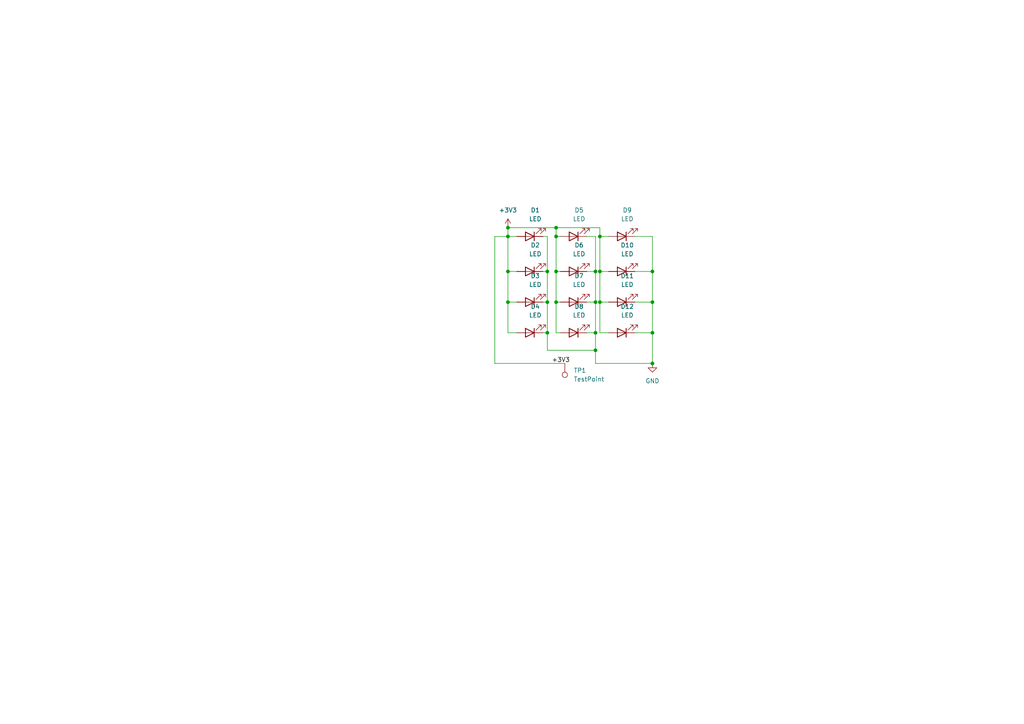
<source format=kicad_sch>
(kicad_sch (version 20231120) (generator "eeschema") (generator_version "8.0")
  (paper "A4")
  (lib_symbols
    (symbol "Connector:TestPoint" (pin_numbers hide) (pin_names (offset 0.762) hide)
      (property "Reference" "TP" (at 0 6.858 0))
      (property "Value" "TestPoint" (at 0 5.08 0))
      (symbol "TestPoint_0_1"
        (circle (center 0 3.302) (radius 0.762))
      )
      (symbol "TestPoint_1_1"
        (pin passive line (at 0 0 90) (length 2.54) (name "1") (number "1"))
      )
    )
    (symbol "Device:LED" (pin_numbers hide) (pin_names (offset 1.016) hide)
      (property "Reference" "D" (at 0 2.54 0))
      (property "Value" "LED" (at 0 -2.54 0))
      (symbol "LED_0_1"
        (polyline (pts (xy -1.27 -1.27) (xy -1.27 1.27)) (stroke (width 0.254)))
        (polyline (pts (xy -1.27 0) (xy 1.27 0)))
        (polyline (pts (xy 1.27 -1.27) (xy 1.27 1.27) (xy -1.27 0) (xy 1.27 -1.27)) (stroke (width 0.254)))
        (polyline (pts (xy -3.048 -0.762) (xy -4.572 -2.286) (xy -3.81 -2.286) (xy -4.572 -2.286) (xy -4.572 -1.524)))
        (polyline (pts (xy -1.778 -0.762) (xy -3.302 -2.286) (xy -2.54 -2.286) (xy -3.302 -2.286) (xy -3.302 -1.524)))
      )
      (symbol "LED_1_1"
        (pin passive line (at -3.81 0 0) (length 2.54) (name "K") (number "1"))
        (pin passive line (at 3.81 0 180) (length 2.54) (name "A") (number "2"))
      )
    )
    (symbol "power:+3V3" (power) (pin_numbers hide) (pin_names (offset 0) hide)
      (property "Value" "+3V3" (at 0 3.556 0))
      (symbol "+3V3_0_1"
        (polyline (pts (xy -0.762 1.27) (xy 0 2.54)))
        (polyline (pts (xy 0 0) (xy 0 2.54)))
        (polyline (pts (xy 0 2.54) (xy 0.762 1.27)))
      )
      (symbol "+3V3_1_1"
        (pin power_in line (at 0 0 90) (length 0) (name "~") (number "1"))
      )
    )
    (symbol "power:GND" (power) (pin_numbers hide) (pin_names (offset 0) hide)
      (property "Value" "GND" (at 0 -3.81 0))
      (symbol "GND_0_1"
        (polyline (pts (xy 0 0) (xy 0 -1.27) (xy 1.27 -1.27) (xy 0 -2.54) (xy -1.27 -1.27) (xy 0 -1.27)))
      )
      (symbol "GND_1_1"
        (pin power_in line (at 0 0 270) (length 0) (name "~") (number "1"))
      )
    )
  )
  (junction (at 147.32 68.58))
  (junction (at 158.75 78.74))
  (junction (at 147.32 87.63))
  (junction (at 147.32 66.04))
  (junction (at 173.99 87.63))
  (junction (at 172.72 87.63))
  (junction (at 189.23 78.74))
  (junction (at 158.75 87.63))
  (junction (at 161.29 66.04))
  (junction (at 173.99 68.58))
  (junction (at 161.29 87.63))
  (junction (at 158.75 96.52))
  (junction (at 172.72 78.74))
  (junction (at 147.32 78.74))
  (junction (at 161.29 78.74))
  (junction (at 189.23 105.41))
  (junction (at 173.99 78.74))
  (junction (at 189.23 96.52))
  (junction (at 161.29 68.58))
  (junction (at 189.23 87.63))
  (junction (at 172.72 96.52))
  (junction (at 172.72 101.6))
  (wire (pts (xy 184.15 78.74) (xy 189.23 78.74)))
  (wire (pts (xy 158.75 87.63) (xy 158.75 96.52)))
  (wire (pts (xy 172.72 78.74) (xy 172.72 87.63)))
  (wire (pts (xy 161.29 66.04) (xy 161.29 68.58)))
  (wire (pts (xy 161.29 66.04) (xy 147.32 66.04)))
  (wire (pts (xy 172.72 87.63) (xy 172.72 96.52)))
  (wire (pts (xy 161.29 87.63) (xy 162.56 87.63)))
  (wire (pts (xy 161.29 87.63) (xy 161.29 96.52)))
  (wire (pts (xy 158.75 68.58) (xy 158.75 78.74)))
  (wire (pts (xy 173.99 68.58) (xy 173.99 66.04)))
  (wire (pts (xy 170.18 78.74) (xy 172.72 78.74)))
  (wire (pts (xy 173.99 68.58) (xy 173.99 78.74)))
  (wire (pts (xy 161.29 68.58) (xy 161.29 78.74)))
  (wire (pts (xy 158.75 101.6) (xy 172.72 101.6)))
  (wire (pts (xy 147.32 96.52) (xy 149.86 96.52)))
  (wire (pts (xy 157.48 96.52) (xy 158.75 96.52)))
  (wire (pts (xy 172.72 68.58) (xy 172.72 78.74)))
  (wire (pts (xy 147.32 66.04) (xy 147.32 68.58)))
  (wire (pts (xy 172.72 101.6) (xy 172.72 105.41)))
  (wire (pts (xy 170.18 68.58) (xy 172.72 68.58)))
  (wire (pts (xy 173.99 96.52) (xy 176.53 96.52)))
  (wire (pts (xy 189.23 68.58) (xy 184.15 68.58)))
  (wire (pts (xy 147.32 78.74) (xy 149.86 78.74)))
  (wire (pts (xy 147.32 78.74) (xy 147.32 87.63)))
  (wire (pts (xy 176.53 68.58) (xy 173.99 68.58)))
  (wire (pts (xy 157.48 78.74) (xy 158.75 78.74)))
  (wire (pts (xy 189.23 96.52) (xy 189.23 87.63)))
  (wire (pts (xy 172.72 96.52) (xy 172.72 101.6)))
  (wire (pts (xy 143.51 68.58) (xy 143.51 105.41)))
  (wire (pts (xy 147.32 87.63) (xy 149.86 87.63)))
  (wire (pts (xy 173.99 87.63) (xy 176.53 87.63)))
  (wire (pts (xy 147.32 87.63) (xy 147.32 96.52)))
  (wire (pts (xy 172.72 105.41) (xy 189.23 105.41)))
  (wire (pts (xy 170.18 87.63) (xy 172.72 87.63)))
  (wire (pts (xy 161.29 68.58) (xy 162.56 68.58)))
  (wire (pts (xy 189.23 105.41) (xy 189.23 96.52)))
  (wire (pts (xy 161.29 78.74) (xy 161.29 87.63)))
  (wire (pts (xy 158.75 78.74) (xy 158.75 87.63)))
  (wire (pts (xy 184.15 87.63) (xy 189.23 87.63)))
  (wire (pts (xy 147.32 68.58) (xy 147.32 78.74)))
  (wire (pts (xy 143.51 105.41) (xy 163.83 105.41)))
  (wire (pts (xy 147.32 68.58) (xy 143.51 68.58)))
  (wire (pts (xy 170.18 96.52) (xy 172.72 96.52)))
  (wire (pts (xy 161.29 66.04) (xy 173.99 66.04)))
  (wire (pts (xy 157.48 87.63) (xy 158.75 87.63)))
  (wire (pts (xy 161.29 96.52) (xy 162.56 96.52)))
  (wire (pts (xy 184.15 96.52) (xy 189.23 96.52)))
  (wire (pts (xy 161.29 78.74) (xy 162.56 78.74)))
  (wire (pts (xy 149.86 68.58) (xy 147.32 68.58)))
  (wire (pts (xy 189.23 87.63) (xy 189.23 78.74)))
  (wire (pts (xy 173.99 87.63) (xy 173.99 96.52)))
  (wire (pts (xy 189.23 78.74) (xy 189.23 68.58)))
  (wire (pts (xy 173.99 78.74) (xy 176.53 78.74)))
  (wire (pts (xy 157.48 68.58) (xy 158.75 68.58)))
  (wire (pts (xy 173.99 78.74) (xy 173.99 87.63)))
  (wire (pts (xy 158.75 96.52) (xy 158.75 101.6)))
  (label "+3V3" (at 160.02 105.41 0))
  (symbol (lib_id "Device:LED") (at 180.34 87.63 180) (unit 1)
    (property "Reference" "D11" (at 181.9275 80.01 0))
    (property "Value" "LED" (at 181.9275 82.55 0))
    (property "Footprint" "LED_SMD:LED_0603_1608Metric" (effects (hide yes)))
    (property "Description" "Light emitting diode" (effects (hide yes)))
  )
  (symbol (lib_id "Device:LED") (at 166.37 78.74 180) (unit 1)
    (property "Reference" "D6" (at 167.9575 71.12 0))
    (property "Value" "LED" (at 167.9575 73.66 0))
    (property "Footprint" "LED_SMD:LED_0603_1608Metric" (effects (hide yes)))
    (property "Description" "Light emitting diode" (effects (hide yes)))
  )
  (symbol (lib_id "Connector:TestPoint") (at 163.83 105.41 180) (unit 1)
    (property "Reference" "TP1" (at 166.37 107.4419 0) (effects (justify right)))
    (property "Value" "TestPoint" (at 166.37 109.9819 0) (effects (justify right)))
    (property "Footprint" "TestPoint:TestPoint_Pad_D1.0mm" (effects (hide yes)))
    (property "Description" "test point" (effects (hide yes)))
  )
  (symbol (lib_id "Device:LED") (at 166.37 96.52 180) (unit 1)
    (property "Reference" "D8" (at 167.9575 88.9 0))
    (property "Value" "LED" (at 167.9575 91.44 0))
    (property "Footprint" "LED_SMD:LED_0603_1608Metric" (effects (hide yes)))
    (property "Description" "Light emitting diode" (effects (hide yes)))
  )
  (symbol (lib_id "Device:LED") (at 180.34 96.52 180) (unit 1)
    (property "Reference" "D12" (at 181.9275 88.9 0))
    (property "Value" "LED" (at 181.9275 91.44 0))
    (property "Footprint" "LED_SMD:LED_0603_1608Metric" (effects (hide yes)))
    (property "Description" "Light emitting diode" (effects (hide yes)))
  )
  (symbol (lib_id "Device:LED") (at 166.37 87.63 180) (unit 1)
    (property "Reference" "D7" (at 167.9575 80.01 0))
    (property "Value" "LED" (at 167.9575 82.55 0))
    (property "Footprint" "LED_SMD:LED_0603_1608Metric" (effects (hide yes)))
    (property "Description" "Light emitting diode" (effects (hide yes)))
  )
  (symbol (lib_id "Device:LED") (at 153.67 68.58 180) (unit 1)
    (property "Reference" "D1" (at 155.2575 60.96 0))
    (property "Value" "LED" (at 155.2575 63.5 0))
    (property "Footprint" "LED_SMD:LED_0603_1608Metric" (effects (hide yes)))
    (property "Description" "Light emitting diode" (effects (hide yes)))
  )
  (symbol (lib_id "power:GND") (at 189.23 105.41 0) (unit 1)
    (property "Reference" "#PWR01" (effects (hide yes)))
    (property "Value" "GND" (at 189.23 110.49 0))
    (property "Description" "Power symbol creates a global label with name \"GND\" , ground" (effects (hide yes)))
  )
  (symbol (lib_id "Device:LED") (at 153.67 96.52 180) (unit 1)
    (property "Reference" "D4" (at 155.2575 88.9 0))
    (property "Value" "LED" (at 155.2575 91.44 0))
    (property "Footprint" "LED_SMD:LED_0603_1608Metric" (effects (hide yes)))
    (property "Description" "Light emitting diode" (effects (hide yes)))
  )
  (symbol (lib_id "Device:LED") (at 153.67 78.74 180) (unit 1)
    (property "Reference" "D2" (at 155.2575 71.12 0))
    (property "Value" "LED" (at 155.2575 73.66 0))
    (property "Footprint" "LED_SMD:LED_0603_1608Metric" (effects (hide yes)))
    (property "Description" "Light emitting diode" (effects (hide yes)))
  )
  (symbol (lib_id "power:+3V3") (at 147.32 66.04 0) (unit 1)
    (property "Reference" "#PWR02" (effects (hide yes)))
    (property "Value" "+3V3" (at 147.32 60.96 0))
    (property "Description" "Power symbol creates a global label with name \"+3V3\"" (effects (hide yes)))
  )
  (symbol (lib_id "Device:LED") (at 180.34 78.74 180) (unit 1)
    (property "Reference" "D10" (at 181.9275 71.12 0))
    (property "Value" "LED" (at 181.9275 73.66 0))
    (property "Footprint" "LED_SMD:LED_0603_1608Metric" (effects (hide yes)))
    (property "Description" "Light emitting diode" (effects (hide yes)))
  )
  (symbol (lib_id "Device:LED") (at 153.67 87.63 180) (unit 1)
    (property "Reference" "D3" (at 155.2575 80.01 0))
    (property "Value" "LED" (at 155.2575 82.55 0))
    (property "Footprint" "LED_SMD:LED_0603_1608Metric" (effects (hide yes)))
    (property "Description" "Light emitting diode" (effects (hide yes)))
  )
  (symbol (lib_id "Device:LED") (at 180.34 68.58 180) (unit 1)
    (property "Reference" "D9" (at 181.9275 60.96 0))
    (property "Value" "LED" (at 181.9275 63.5 0))
    (property "Footprint" "LED_SMD:LED_0603_1608Metric" (effects (hide yes)))
    (property "Description" "Light emitting diode" (effects (hide yes)))
  )
  (symbol (lib_id "Device:LED") (at 166.37 68.58 180) (unit 1)
    (property "Reference" "D5" (at 167.9575 60.96 0))
    (property "Value" "LED" (at 167.9575 63.5 0))
    (property "Footprint" "LED_SMD:LED_0603_1608Metric" (effects (hide yes)))
    (property "Description" "Light emitting diode" (effects (hide yes)))
  )
)
</source>
